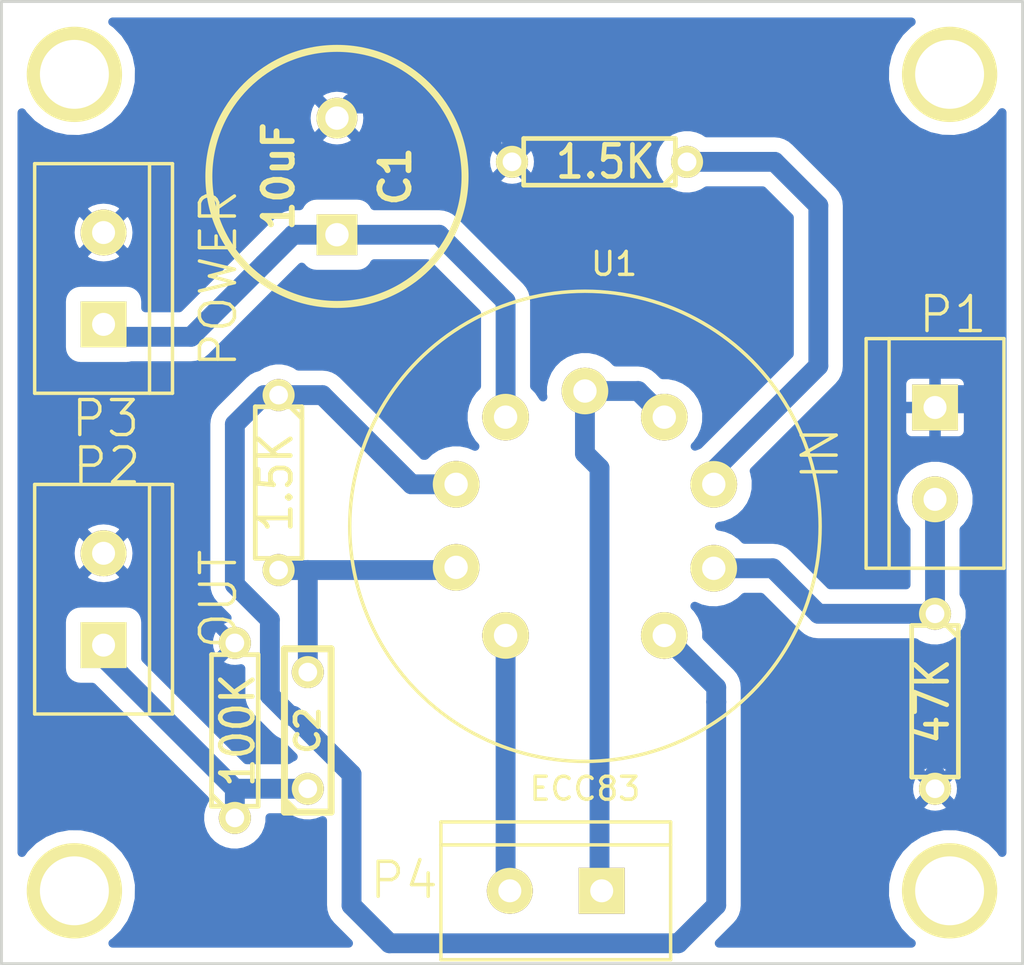
<source format=kicad_pcb>
(kicad_pcb (version 20170922) (host pcbnew "(2017-11-14 revision 1b57196)-master")

  (general
    (thickness 1.6002)
    (drawings 4)
    (tracks 57)
    (zones 0)
    (modules 15)
    (nets 14)
  )

  (page A4)
  (layers
    (0 Composant signal)
    (31 Cuivre signal)
    (34 B.Paste user)
    (35 F.Paste user)
    (36 B.SilkS user)
    (37 F.SilkS user)
    (38 B.Mask user)
    (39 F.Mask user)
    (40 Dwgs.User user)
    (41 Cmts.User user)
    (42 Eco1.User user)
    (43 Eco2.User user)
    (44 Edge.Cuts user)
  )

  (setup
    (last_trace_width 0.8636)
    (trace_clearance 0.381)
    (zone_clearance 0.635)
    (zone_45_only no)
    (trace_min 0.254)
    (segment_width 0.381)
    (edge_width 0.381)
    (via_size 0.889)
    (via_drill 0.635)
    (via_min_size 0.889)
    (via_min_drill 0.508)
    (uvia_size 0.508)
    (uvia_drill 0.127)
    (uvias_allowed no)
    (uvia_min_size 0.508)
    (uvia_min_drill 0.127)
    (pcb_text_width 0.3048)
    (pcb_text_size 1.524 2.032)
    (mod_edge_width 0.381)
    (mod_text_size 1.524 1.524)
    (mod_text_width 0.3048)
    (pad_size 2.794 1.397)
    (pad_drill 1.9304)
    (pad_to_mask_clearance 0.1)
    (aux_axis_origin 0 0)
    (visible_elements 7FFFFFFF)
    (pcbplotparams
      (layerselection 0x000f0_80000001)
      (usegerberextensions false)
      (usegerberattributes true)
      (usegerberadvancedattributes true)
      (creategerberjobfile true)
      (excludeedgelayer true)
      (linewidth 0.150000)
      (plotframeref false)
      (viasonmask false)
      (mode 1)
      (useauxorigin false)
      (hpglpennumber 1)
      (hpglpenspeed 20)
      (hpglpendiameter 15)
      (psnegative false)
      (psa4output false)
      (plotreference true)
      (plotvalue true)
      (plotinvisibletext false)
      (padsonsilk false)
      (subtractmaskfromsilk false)
      (outputformat 1)
      (mirror false)
      (drillshape 0)
      (scaleselection 1)
      (outputdirectory ""))
  )

  (net 0 "")
  (net 1 GND)
  (net 2 "Net-(C1-Pad1)")
  (net 3 "Net-(C2-Pad1)")
  (net 4 "Net-(C2-Pad2)")
  (net 5 "Net-(P1-Pad2)")
  (net 6 "Net-(P4-Pad1)")
  (net 7 "Net-(P4-Pad2)")
  (net 8 "Net-(R1-Pad1)")
  (net 9 "Net-(R2-Pad1)")
  (net 10 "Net-(P5-Pad1)")
  (net 11 "Net-(P6-Pad1)")
  (net 12 "Net-(P7-Pad1)")
  (net 13 "Net-(P8-Pad1)")

  (net_class Default "Ceci est la Netclass par défaut"
    (clearance 0.381)
    (trace_width 0.8636)
    (via_dia 0.889)
    (via_drill 0.635)
    (uvia_dia 0.508)
    (uvia_drill 0.127)
    (add_net GND)
    (add_net "Net-(C1-Pad1)")
    (add_net "Net-(C2-Pad1)")
    (add_net "Net-(C2-Pad2)")
    (add_net "Net-(P1-Pad2)")
    (add_net "Net-(P4-Pad1)")
    (add_net "Net-(P4-Pad2)")
    (add_net "Net-(P5-Pad1)")
    (add_net "Net-(P6-Pad1)")
    (add_net "Net-(P7-Pad1)")
    (add_net "Net-(P8-Pad1)")
    (add_net "Net-(R1-Pad1)")
    (add_net "Net-(R2-Pad1)")
  )

  (module discret:C2V10 (layer Composant) (tedit 54A57B4C) (tstamp 54A581E5)
    (at 138.43 98.425 90)
    (descr "Condensateur polarise")
    (tags CP)
    (path /4549F4BE)
    (fp_text reference C1 (at 0 2.54 90) (layer F.SilkS)
      (effects (font (size 1.27 1.27) (thickness 0.254)))
    )
    (fp_text value 10uF (at 0 -2.54 90) (layer F.SilkS)
      (effects (font (size 1.27 1.27) (thickness 0.254)))
    )
    (fp_circle (center 0 0) (end 4.826 -2.794) (layer F.SilkS) (width 0.3048))
    (pad 1 thru_hole rect (at -2.54 0 90) (size 1.778 1.778) (drill 1.016) (layers *.Cu *.Mask F.SilkS)
      (net 2 "Net-(C1-Pad1)"))
    (pad 2 thru_hole circle (at 2.54 0 90) (size 1.778 1.778) (drill 1.016) (layers *.Cu *.Mask F.SilkS)
      (net 1 GND))
    (model Discret.3dshapes/C2V10.wrl
      (at (xyz 0 0 0))
      (scale (xyz 1 1 1))
      (rotate (xyz 0 0 0))
    )
  )

  (module discret:C2 (layer Composant) (tedit 54A57B4C) (tstamp 54A581EA)
    (at 137.16 122.555 90)
    (descr "Condensateur = 2 pas")
    (tags C)
    (path /4549F3BE)
    (fp_text reference C2 (at 0 0 90) (layer F.SilkS)
      (effects (font (size 1.016 1.016) (thickness 0.2032)))
    )
    (fp_text value 680nF (at 0 0 90) (layer F.SilkS) hide
      (effects (font (size 1.016 1.016) (thickness 0.2032)))
    )
    (fp_line (start -3.556 -1.016) (end 3.556 -1.016) (layer F.SilkS) (width 0.3048))
    (fp_line (start 3.556 -1.016) (end 3.556 1.016) (layer F.SilkS) (width 0.3048))
    (fp_line (start 3.556 1.016) (end -3.556 1.016) (layer F.SilkS) (width 0.3048))
    (fp_line (start -3.556 1.016) (end -3.556 -1.016) (layer F.SilkS) (width 0.3048))
    (fp_line (start -3.556 -0.508) (end -3.048 -1.016) (layer F.SilkS) (width 0.3048))
    (pad 1 thru_hole circle (at -2.54 0 90) (size 1.397 1.397) (drill 0.8128) (layers *.Cu *.Mask F.SilkS)
      (net 3 "Net-(C2-Pad1)"))
    (pad 2 thru_hole circle (at 2.54 0 90) (size 1.397 1.397) (drill 0.8128) (layers *.Cu *.Mask F.SilkS)
      (net 4 "Net-(C2-Pad2)"))
    (model Discret.3dshapes/C2.wrl
      (at (xyz 0 0 0))
      (scale (xyz 1 1 1))
      (rotate (xyz 0 0 0))
    )
  )

  (module connect:bornier2 (layer Composant) (tedit 54A588D7) (tstamp 54A581EF)
    (at 164.465 110.49 270)
    (descr "Bornier d'alimentation 2 pins")
    (tags DEV)
    (path /4549F464)
    (fp_text reference P1 (at -6.05 -0.775) (layer F.SilkS)
      (effects (font (thickness 0.15)))
    )
    (fp_text value IN (at 0 5 270) (layer F.SilkS)
      (effects (font (thickness 0.15)))
    )
    (fp_line (start 5 2) (end -5 2) (layer F.SilkS) (width 0.15))
    (fp_line (start 5 3) (end 5 -3) (layer F.SilkS) (width 0.15))
    (fp_line (start 5 -3) (end -5 -3) (layer F.SilkS) (width 0.15))
    (fp_line (start -5 -3) (end -5 3) (layer F.SilkS) (width 0.15))
    (fp_line (start -5 3) (end 5 3) (layer F.SilkS) (width 0.15))
    (pad 1 thru_hole rect (at -2 0 270) (size 2 2) (drill 1) (layers *.Cu *.Mask F.SilkS)
      (net 1 GND))
    (pad 2 thru_hole circle (at 2 0 270) (size 2 2) (drill 1) (layers *.Cu *.Mask F.SilkS)
      (net 5 "Net-(P1-Pad2)"))
    (model Connect.3dshapes/bornier2.wrl
      (at (xyz 0 0 0))
      (scale (xyz 1 1 1))
      (rotate (xyz 0 0 0))
    )
  )

  (module connect:bornier2 (layer Composant) (tedit 54A588C9) (tstamp 54A581F4)
    (at 128.27 116.84 90)
    (descr "Bornier d'alimentation 2 pins")
    (tags DEV)
    (path /4549F46C)
    (fp_text reference P2 (at 5.81 0.14) (layer F.SilkS)
      (effects (font (thickness 0.15)))
    )
    (fp_text value OUT (at 0 5 90) (layer F.SilkS)
      (effects (font (thickness 0.15)))
    )
    (fp_line (start 5 2) (end -5 2) (layer F.SilkS) (width 0.15))
    (fp_line (start 5 3) (end 5 -3) (layer F.SilkS) (width 0.15))
    (fp_line (start 5 -3) (end -5 -3) (layer F.SilkS) (width 0.15))
    (fp_line (start -5 -3) (end -5 3) (layer F.SilkS) (width 0.15))
    (fp_line (start -5 3) (end 5 3) (layer F.SilkS) (width 0.15))
    (pad 1 thru_hole rect (at -2 0 90) (size 2 2) (drill 1) (layers *.Cu *.Mask F.SilkS)
      (net 3 "Net-(C2-Pad1)"))
    (pad 2 thru_hole circle (at 2 0 90) (size 2 2) (drill 1) (layers *.Cu *.Mask F.SilkS)
      (net 1 GND))
    (model Connect.3dshapes/bornier2.wrl
      (at (xyz 0 0 0))
      (scale (xyz 1 1 1))
      (rotate (xyz 0 0 0))
    )
  )

  (module connect:bornier2 (layer Composant) (tedit 54A588D1) (tstamp 54A581F9)
    (at 128.27 102.87 90)
    (descr "Bornier d'alimentation 2 pins")
    (tags DEV)
    (path /4549F4A5)
    (fp_text reference P3 (at -6.1 0.09) (layer F.SilkS)
      (effects (font (thickness 0.15)))
    )
    (fp_text value POWER (at 0 5 90) (layer F.SilkS)
      (effects (font (thickness 0.15)))
    )
    (fp_line (start 5 2) (end -5 2) (layer F.SilkS) (width 0.15))
    (fp_line (start 5 3) (end 5 -3) (layer F.SilkS) (width 0.15))
    (fp_line (start 5 -3) (end -5 -3) (layer F.SilkS) (width 0.15))
    (fp_line (start -5 -3) (end -5 3) (layer F.SilkS) (width 0.15))
    (fp_line (start -5 3) (end 5 3) (layer F.SilkS) (width 0.15))
    (pad 1 thru_hole rect (at -2 0 90) (size 2 2) (drill 1) (layers *.Cu *.Mask F.SilkS)
      (net 2 "Net-(C1-Pad1)"))
    (pad 2 thru_hole circle (at 2 0 90) (size 2 2) (drill 1) (layers *.Cu *.Mask F.SilkS)
      (net 1 GND))
    (model Connect.3dshapes/bornier2.wrl
      (at (xyz 0 0 0))
      (scale (xyz 1 1 1))
      (rotate (xyz 0 0 0))
    )
  )

  (module connect:bornier2 (layer Composant) (tedit 54A58902) (tstamp 54A581FE)
    (at 147.955 129.54 180)
    (descr "Bornier d'alimentation 2 pins")
    (tags DEV)
    (path /456A8ACC)
    (fp_text reference P4 (at 6.605 0.46) (layer F.SilkS)
      (effects (font (thickness 0.15)))
    )
    (fp_text value CONN_2 (at -8.509 -0.254) (layer F.SilkS) hide
      (effects (font (thickness 0.15)))
    )
    (fp_line (start 5 2) (end -5 2) (layer F.SilkS) (width 0.15))
    (fp_line (start 5 3) (end 5 -3) (layer F.SilkS) (width 0.15))
    (fp_line (start 5 -3) (end -5 -3) (layer F.SilkS) (width 0.15))
    (fp_line (start -5 -3) (end -5 3) (layer F.SilkS) (width 0.15))
    (fp_line (start -5 3) (end 5 3) (layer F.SilkS) (width 0.15))
    (pad 1 thru_hole rect (at -2 0 180) (size 2 2) (drill 1) (layers *.Cu *.Mask F.SilkS)
      (net 6 "Net-(P4-Pad1)"))
    (pad 2 thru_hole circle (at 2 0 180) (size 2 2) (drill 1) (layers *.Cu *.Mask F.SilkS)
      (net 7 "Net-(P4-Pad2)"))
    (model Connect.3dshapes/bornier2.wrl
      (at (xyz 0 0 0))
      (scale (xyz 1 1 1))
      (rotate (xyz 0 0 0))
    )
  )

  (module connect:1pin (layer Composant) (tedit 54A588DF) (tstamp 54A58203)
    (at 127 93.98)
    (descr "module 1 pin (ou trou mecanique de percage)")
    (tags DEV)
    (path /54A5890A)
    (fp_text reference P5 (at 0 -3) (layer F.SilkS) hide
      (effects (font (size 1 1) (thickness 0.15)))
    )
    (fp_text value CONN_1 (at 0 2) (layer F.SilkS) hide
      (effects (font (size 1 1) (thickness 0.15)))
    )
    (fp_circle (center 0 0) (end 0 -2) (layer F.SilkS) (width 0.15))
    (pad 1 thru_hole circle (at 0 0) (size 4 4) (drill 3) (layers *.Cu *.Mask F.SilkS)
      (net 10 "Net-(P5-Pad1)"))
  )

  (module connect:1pin (layer Composant) (tedit 54A588E7) (tstamp 54A58207)
    (at 165.1 93.98)
    (descr "module 1 pin (ou trou mecanique de percage)")
    (tags DEV)
    (path /54A58C65)
    (fp_text reference P6 (at 0 -3) (layer F.SilkS) hide
      (effects (font (size 1 1) (thickness 0.15)))
    )
    (fp_text value CONN_1 (at 0 2) (layer F.SilkS) hide
      (effects (font (size 1 1) (thickness 0.15)))
    )
    (fp_circle (center 0 0) (end 0 -2) (layer F.SilkS) (width 0.15))
    (pad 1 thru_hole circle (at 0 0) (size 4 4) (drill 3) (layers *.Cu *.Mask F.SilkS)
      (net 11 "Net-(P6-Pad1)"))
  )

  (module connect:1pin (layer Composant) (tedit 54A588EE) (tstamp 54A5820B)
    (at 165.1 129.54)
    (descr "module 1 pin (ou trou mecanique de percage)")
    (tags DEV)
    (path /54A58C8A)
    (fp_text reference P7 (at 0 -3) (layer F.SilkS) hide
      (effects (font (size 1 1) (thickness 0.15)))
    )
    (fp_text value CONN_1 (at 0 2) (layer F.SilkS) hide
      (effects (font (size 1 1) (thickness 0.15)))
    )
    (fp_circle (center 0 0) (end 0 -2) (layer F.SilkS) (width 0.15))
    (pad 1 thru_hole circle (at 0 0) (size 4 4) (drill 3) (layers *.Cu *.Mask F.SilkS)
      (net 12 "Net-(P7-Pad1)"))
  )

  (module connect:1pin (layer Composant) (tedit 54A588F3) (tstamp 54A5820F)
    (at 127 129.54)
    (descr "module 1 pin (ou trou mecanique de percage)")
    (tags DEV)
    (path /54A58CA3)
    (fp_text reference P8 (at 0 -3) (layer F.SilkS) hide
      (effects (font (size 1 1) (thickness 0.15)))
    )
    (fp_text value CONN_1 (at 0 2) (layer F.SilkS) hide
      (effects (font (size 1 1) (thickness 0.15)))
    )
    (fp_circle (center 0 0) (end 0 -2) (layer F.SilkS) (width 0.15))
    (pad 1 thru_hole circle (at 0 0) (size 4 4) (drill 3) (layers *.Cu *.Mask F.SilkS)
      (net 13 "Net-(P8-Pad1)"))
  )

  (module discret:R3 (layer Composant) (tedit 54A57B4C) (tstamp 54A58213)
    (at 135.89 111.76 270)
    (descr "Resitance 3 pas")
    (tags R)
    (path /4549F38A)
    (autoplace_cost180 10)
    (fp_text reference R1 (at 0 0.127 270) (layer F.SilkS) hide
      (effects (font (size 1.397 1.27) (thickness 0.2032)))
    )
    (fp_text value 1.5K (at 0 0.127 270) (layer F.SilkS)
      (effects (font (size 1.397 1.27) (thickness 0.2032)))
    )
    (fp_line (start -3.81 0) (end -3.302 0) (layer F.SilkS) (width 0.2032))
    (fp_line (start 3.81 0) (end 3.302 0) (layer F.SilkS) (width 0.2032))
    (fp_line (start 3.302 0) (end 3.302 -1.016) (layer F.SilkS) (width 0.2032))
    (fp_line (start 3.302 -1.016) (end -3.302 -1.016) (layer F.SilkS) (width 0.2032))
    (fp_line (start -3.302 -1.016) (end -3.302 1.016) (layer F.SilkS) (width 0.2032))
    (fp_line (start -3.302 1.016) (end 3.302 1.016) (layer F.SilkS) (width 0.2032))
    (fp_line (start 3.302 1.016) (end 3.302 0) (layer F.SilkS) (width 0.2032))
    (fp_line (start -3.302 -0.508) (end -2.794 -1.016) (layer F.SilkS) (width 0.2032))
    (pad 1 thru_hole circle (at -3.81 0 270) (size 1.397 1.397) (drill 0.8128) (layers *.Cu *.Mask F.SilkS)
      (net 8 "Net-(R1-Pad1)"))
    (pad 2 thru_hole circle (at 3.81 0 270) (size 1.397 1.397) (drill 0.8128) (layers *.Cu *.Mask F.SilkS)
      (net 4 "Net-(C2-Pad2)"))
    (model Discret.3dshapes/R3.wrl
      (at (xyz 0 0 0))
      (scale (xyz 0.3 0.3 0.3))
      (rotate (xyz 0 0 0))
    )
  )

  (module discret:R3 (layer Composant) (tedit 54A57B4C) (tstamp 54A58218)
    (at 149.86 97.79 180)
    (descr "Resitance 3 pas")
    (tags R)
    (path /4549F39D)
    (autoplace_cost180 10)
    (fp_text reference R2 (at 0 1.905) (layer F.SilkS) hide
      (effects (font (size 1.397 1.27) (thickness 0.2032)))
    )
    (fp_text value 1.5K (at -0.254 0) (layer F.SilkS)
      (effects (font (size 1.397 1.27) (thickness 0.2032)))
    )
    (fp_line (start -3.81 0) (end -3.302 0) (layer F.SilkS) (width 0.2032))
    (fp_line (start 3.81 0) (end 3.302 0) (layer F.SilkS) (width 0.2032))
    (fp_line (start 3.302 0) (end 3.302 -1.016) (layer F.SilkS) (width 0.2032))
    (fp_line (start 3.302 -1.016) (end -3.302 -1.016) (layer F.SilkS) (width 0.2032))
    (fp_line (start -3.302 -1.016) (end -3.302 1.016) (layer F.SilkS) (width 0.2032))
    (fp_line (start -3.302 1.016) (end 3.302 1.016) (layer F.SilkS) (width 0.2032))
    (fp_line (start 3.302 1.016) (end 3.302 0) (layer F.SilkS) (width 0.2032))
    (fp_line (start -3.302 -0.508) (end -2.794 -1.016) (layer F.SilkS) (width 0.2032))
    (pad 1 thru_hole circle (at -3.81 0 180) (size 1.397 1.397) (drill 0.8128) (layers *.Cu *.Mask F.SilkS)
      (net 9 "Net-(R2-Pad1)"))
    (pad 2 thru_hole circle (at 3.81 0 180) (size 1.397 1.397) (drill 0.8128) (layers *.Cu *.Mask F.SilkS)
      (net 1 GND))
    (model Discret.3dshapes/R3.wrl
      (at (xyz 0 0 0))
      (scale (xyz 0.3 0.3 0.3))
      (rotate (xyz 0 0 0))
    )
  )

  (module discret:R3 (layer Composant) (tedit 54A57B4C) (tstamp 54A5821D)
    (at 133.985 122.555 90)
    (descr "Resitance 3 pas")
    (tags R)
    (path /4549F3AD)
    (autoplace_cost180 10)
    (fp_text reference R3 (at 0 0.127 90) (layer F.SilkS) hide
      (effects (font (size 1.397 1.27) (thickness 0.2032)))
    )
    (fp_text value 100K (at 0 0.127 90) (layer F.SilkS)
      (effects (font (size 1.397 1.27) (thickness 0.2032)))
    )
    (fp_line (start -3.81 0) (end -3.302 0) (layer F.SilkS) (width 0.2032))
    (fp_line (start 3.81 0) (end 3.302 0) (layer F.SilkS) (width 0.2032))
    (fp_line (start 3.302 0) (end 3.302 -1.016) (layer F.SilkS) (width 0.2032))
    (fp_line (start 3.302 -1.016) (end -3.302 -1.016) (layer F.SilkS) (width 0.2032))
    (fp_line (start -3.302 -1.016) (end -3.302 1.016) (layer F.SilkS) (width 0.2032))
    (fp_line (start -3.302 1.016) (end 3.302 1.016) (layer F.SilkS) (width 0.2032))
    (fp_line (start 3.302 1.016) (end 3.302 0) (layer F.SilkS) (width 0.2032))
    (fp_line (start -3.302 -0.508) (end -2.794 -1.016) (layer F.SilkS) (width 0.2032))
    (pad 1 thru_hole circle (at -3.81 0 90) (size 1.397 1.397) (drill 0.8128) (layers *.Cu *.Mask F.SilkS)
      (net 3 "Net-(C2-Pad1)"))
    (pad 2 thru_hole circle (at 3.81 0 90) (size 1.397 1.397) (drill 0.8128) (layers *.Cu *.Mask F.SilkS)
      (net 1 GND))
    (model Discret.3dshapes/R3.wrl
      (at (xyz 0 0 0))
      (scale (xyz 0.3 0.3 0.3))
      (rotate (xyz 0 0 0))
    )
  )

  (module discret:R3 (layer Composant) (tedit 54A57B4C) (tstamp 54A58222)
    (at 164.465 121.285 270)
    (descr "Resitance 3 pas")
    (tags R)
    (path /4549F3A2)
    (autoplace_cost180 10)
    (fp_text reference R4 (at 0.254 2.286 270) (layer F.SilkS) hide
      (effects (font (size 1.397 1.27) (thickness 0.2032)))
    )
    (fp_text value 47K (at 0 0.127 270) (layer F.SilkS)
      (effects (font (size 1.397 1.27) (thickness 0.2032)))
    )
    (fp_line (start -3.81 0) (end -3.302 0) (layer F.SilkS) (width 0.2032))
    (fp_line (start 3.81 0) (end 3.302 0) (layer F.SilkS) (width 0.2032))
    (fp_line (start 3.302 0) (end 3.302 -1.016) (layer F.SilkS) (width 0.2032))
    (fp_line (start 3.302 -1.016) (end -3.302 -1.016) (layer F.SilkS) (width 0.2032))
    (fp_line (start -3.302 -1.016) (end -3.302 1.016) (layer F.SilkS) (width 0.2032))
    (fp_line (start -3.302 1.016) (end 3.302 1.016) (layer F.SilkS) (width 0.2032))
    (fp_line (start 3.302 1.016) (end 3.302 0) (layer F.SilkS) (width 0.2032))
    (fp_line (start -3.302 -0.508) (end -2.794 -1.016) (layer F.SilkS) (width 0.2032))
    (pad 1 thru_hole circle (at -3.81 0 270) (size 1.397 1.397) (drill 0.8128) (layers *.Cu *.Mask F.SilkS)
      (net 5 "Net-(P1-Pad2)"))
    (pad 2 thru_hole circle (at 3.81 0 270) (size 1.397 1.397) (drill 0.8128) (layers *.Cu *.Mask F.SilkS)
      (net 1 GND))
    (model Discret.3dshapes/R3.wrl
      (at (xyz 0 0 0))
      (scale (xyz 0.3 0.3 0.3))
      (rotate (xyz 0 0 0))
    )
  )

  (module Valves:VALVE-ECC-83-1 (layer Composant) (tedit 54A57B25) (tstamp 54A58227)
    (at 149.225 113.665)
    (path /48B4F266)
    (fp_text reference U1 (at 1.27 -11.43) (layer F.SilkS)
      (effects (font (size 1 1) (thickness 0.15)))
    )
    (fp_text value ECC83 (at 0 11.43) (layer F.SilkS)
      (effects (font (size 1 1) (thickness 0.15)))
    )
    (fp_circle (center 0 0) (end 10.16 1.27) (layer F.SilkS) (width 0.15))
    (pad 1 thru_hole circle (at 3.4544 4.75488) (size 2.032 2.032) (drill 1.016) (layers *.Cu *.Mask F.SilkS)
      (net 8 "Net-(R1-Pad1)"))
    (pad 2 thru_hole circle (at 5.60832 1.8288) (size 2.032 2.032) (drill 1.016) (layers *.Cu *.Mask F.SilkS)
      (net 5 "Net-(P1-Pad2)"))
    (pad 3 thru_hole circle (at 5.60832 -1.8288) (size 2.032 2.032) (drill 1.016) (layers *.Cu *.Mask F.SilkS)
      (net 9 "Net-(R2-Pad1)"))
    (pad 4 thru_hole circle (at 3.4544 -4.75488) (size 2.032 2.032) (drill 1.016) (layers *.Cu *.Mask F.SilkS)
      (net 6 "Net-(P4-Pad1)"))
    (pad 5 thru_hole circle (at 0 -5.8928) (size 2.032 2.032) (drill 1.016) (layers *.Cu *.Mask F.SilkS)
      (net 6 "Net-(P4-Pad1)"))
    (pad 6 thru_hole circle (at -3.4544 -4.75488) (size 2.032 2.032) (drill 1.016) (layers *.Cu *.Mask F.SilkS)
      (net 2 "Net-(C1-Pad1)"))
    (pad 7 thru_hole circle (at -5.60832 -1.8288) (size 2.032 2.032) (drill 1.016) (layers *.Cu *.Mask F.SilkS)
      (net 8 "Net-(R1-Pad1)"))
    (pad 8 thru_hole circle (at -5.60832 1.78816) (size 2.032 2.032) (drill 1.016) (layers *.Cu *.Mask F.SilkS)
      (net 4 "Net-(C2-Pad2)"))
    (pad 9 thru_hole circle (at -3.4544 4.75488) (size 2.032 2.032) (drill 1.016) (layers *.Cu *.Mask F.SilkS)
      (net 7 "Net-(P4-Pad2)"))
    (model Valves.3dshapes/VALVE-ECC-83-1.wrl
      (at (xyz 0 0 0))
      (scale (xyz 1 1 1))
      (rotate (xyz 0 0 0))
    )
  )

  (gr_line (start 123.825 132.715) (end 168.275 132.715) (angle 90) (layer Edge.Cuts) (width 0.127))
  (gr_line (start 168.275 90.805) (end 123.825 90.805) (angle 90) (layer Edge.Cuts) (width 0.127))
  (gr_line (start 168.275 90.805) (end 168.275 132.715) (angle 90) (layer Edge.Cuts) (width 0.127))
  (gr_line (start 123.825 90.805) (end 123.825 132.715) (angle 90) (layer Edge.Cuts) (width 0.127))

  (segment (start 142.24 95.25) (end 146.05 95.25) (width 0.8636) (layer Cuivre) (net 1))
  (segment (start 164.465 125.095) (end 164.465 124.46) (width 0.8636) (layer Cuivre) (net 1) (status 800))
  (segment (start 146.05 97.79) (end 146.05 95.25) (width 0.8636) (layer Cuivre) (net 1))
  (segment (start 139.065 95.25) (end 142.24 95.25) (width 0.8636) (layer Cuivre) (net 1))
  (segment (start 138.43 95.885) (end 139.065 95.25) (width 0.8636) (layer Cuivre) (net 1) (status 800))
  (segment (start 164.465 107.95) (end 165.735 107.95) (width 0.8636) (layer Cuivre) (net 1) (status 800))
  (segment (start 136.525 100.965) (end 135.255 102.235) (width 0.8636) (layer Cuivre) (net 2))
  (segment (start 138.43 100.965) (end 136.525 100.965) (width 0.8636) (layer Cuivre) (net 2) (status 800))
  (segment (start 145.7706 103.8606) (end 142.875 100.965) (width 0.8636) (layer Cuivre) (net 2))
  (segment (start 142.875 100.965) (end 138.43 100.965) (width 0.8636) (layer Cuivre) (net 2) (status 400))
  (segment (start 145.7706 108.91012) (end 145.7706 103.8606) (width 0.8636) (layer Cuivre) (net 2) (status 800))
  (segment (start 132.08 105.41) (end 135.255 102.235) (width 0.8636) (layer Cuivre) (net 2))
  (segment (start 128.27 105.41) (end 132.08 105.41) (width 0.8636) (layer Cuivre) (net 2) (status 800))
  (segment (start 137.16 125.095) (end 133.985 125.095) (width 0.8636) (layer Cuivre) (net 3))
  (segment (start 133.985 126.365) (end 133.985 125.095) (width 0.8636) (layer Cuivre) (net 3))
  (segment (start 133.985 125.095) (end 128.27 119.38) (width 0.8636) (layer Cuivre) (net 3))
  (segment (start 137.16 120.015) (end 137.16 115.57) (width 0.8636) (layer Cuivre) (net 4))
  (segment (start 135.89 115.57) (end 137.16 115.57) (width 0.8636) (layer Cuivre) (net 4))
  (segment (start 137.16 115.57) (end 143.49984 115.57) (width 0.8636) (layer Cuivre) (net 4))
  (segment (start 143.49984 115.57) (end 143.61668 115.45316) (width 0.8636) (layer Cuivre) (net 4))
  (segment (start 159.385 117.475) (end 164.465 117.475) (width 0.8636) (layer Cuivre) (net 5) (status 400))
  (segment (start 154.83332 115.4938) (end 157.4038 115.4938) (width 0.8636) (layer Cuivre) (net 5) (status 800))
  (segment (start 164.465 117.475) (end 164.465 113.03) (width 0.8636) (layer Cuivre) (net 5) (status C00))
  (segment (start 157.4038 115.4938) (end 159.385 117.475) (width 0.8636) (layer Cuivre) (net 5))
  (segment (start 149.86 128.905) (end 150.495 129.54) (width 0.8636) (layer Cuivre) (net 6) (status 400))
  (segment (start 149.86 111.125) (end 149.86 128.905) (width 0.8636) (layer Cuivre) (net 6))
  (segment (start 149.225 110.49) (end 149.86 111.125) (width 0.8636) (layer Cuivre) (net 6))
  (segment (start 149.225 107.7722) (end 151.54148 107.7722) (width 0.8636) (layer Cuivre) (net 6) (status 800))
  (segment (start 151.54148 107.7722) (end 152.6794 108.91012) (width 0.8636) (layer Cuivre) (net 6) (status 400))
  (segment (start 149.225 107.7722) (end 149.225 110.49) (width 0.8636) (layer Cuivre) (net 6) (status 800))
  (segment (start 145.7706 129.1844) (end 145.415 129.54) (width 0.8636) (layer Cuivre) (net 7) (status 400))
  (segment (start 145.7706 118.41988) (end 145.7706 129.1844) (width 0.8636) (layer Cuivre) (net 7) (status 800))
  (segment (start 153.289 131.826) (end 154.94 130.175) (width 0.8636) (layer Cuivre) (net 8))
  (segment (start 140.716 131.826) (end 153.289 131.826) (width 0.8636) (layer Cuivre) (net 8))
  (segment (start 143.61668 111.8362) (end 141.6812 111.8362) (width 0.8636) (layer Cuivre) (net 8) (status 800))
  (segment (start 141.6812 111.8362) (end 137.795 107.95) (width 0.8636) (layer Cuivre) (net 8))
  (segment (start 154.94 121.31548) (end 154.94 120.68048) (width 0.8636) (layer Cuivre) (net 8))
  (segment (start 154.94 120.68048) (end 152.6794 118.41988) (width 0.8636) (layer Cuivre) (net 8) (status 400))
  (segment (start 136.398 121.92) (end 135.509 121.031) (width 0.8636) (layer Cuivre) (net 8))
  (segment (start 135.509 121.031) (end 135.509 117.729) (width 0.8636) (layer Cuivre) (net 8))
  (segment (start 135.509 117.729) (end 133.985 116.205) (width 0.8636) (layer Cuivre) (net 8))
  (segment (start 136.525 121.92) (end 136.398 121.92) (width 0.8636) (layer Cuivre) (net 8))
  (segment (start 136.525 121.92) (end 139.065 124.46) (width 0.8636) (layer Cuivre) (net 8))
  (segment (start 139.065 124.46) (end 139.065 130.175) (width 0.8636) (layer Cuivre) (net 8))
  (segment (start 139.065 130.175) (end 140.335 131.445) (width 0.8636) (layer Cuivre) (net 8))
  (segment (start 135.89 107.95) (end 135.255 107.95) (width 0.8636) (layer Cuivre) (net 8) (status 800))
  (segment (start 133.985 109.22) (end 133.985 116.205) (width 0.8636) (layer Cuivre) (net 8))
  (segment (start 135.255 107.95) (end 133.985 109.22) (width 0.8636) (layer Cuivre) (net 8))
  (segment (start 135.89 107.95) (end 137.795 107.95) (width 0.8636) (layer Cuivre) (net 8) (status 800))
  (segment (start 140.335 131.445) (end 140.716 131.826) (width 0.8636) (layer Cuivre) (net 8))
  (segment (start 154.94 121.31548) (end 154.94 121.31548) (width 0.8636) (layer Cuivre) (net 8))
  (segment (start 154.94 130.175) (end 154.94 121.31548) (width 0.8636) (layer Cuivre) (net 8))
  (segment (start 154.83332 111.8362) (end 154.83332 111.23168) (width 0.8636) (layer Cuivre) (net 9) (status 800))
  (segment (start 159.385 106.68) (end 159.385 99.695) (width 0.8636) (layer Cuivre) (net 9))
  (segment (start 154.83332 111.23168) (end 159.385 106.68) (width 0.8636) (layer Cuivre) (net 9))
  (segment (start 157.48 97.79) (end 159.385 99.695) (width 0.8636) (layer Cuivre) (net 9))
  (segment (start 153.67 97.79) (end 157.48 97.79) (width 0.8636) (layer Cuivre) (net 9) (status 800))

  (zone (net 1) (net_name GND) (layer Cuivre) (tstamp 4EED97A2) (hatch edge 0.508)
    (connect_pads (clearance 0.635))
    (min_thickness 0.381)
    (fill yes (arc_segments 32) (thermal_gap 0.254) (thermal_bridge_width 0.50038))
    (polygon
      (pts
        (xy 167.64 132.08) (xy 167.64 91.44) (xy 124.46 91.44) (xy 124.46 132.08)
      )
    )
    (filled_polygon
      (pts
        (xy 163.320965 91.767326) (xy 162.925069 92.155016) (xy 162.612015 92.612219) (xy 162.393729 93.12152) (xy 162.278523 93.663521)
        (xy 162.270786 94.217576) (xy 162.370814 94.762582) (xy 162.574795 95.277779) (xy 162.87496 95.743545) (xy 163.259877 96.142137)
        (xy 163.714883 96.458375) (xy 164.222648 96.680212) (xy 164.763831 96.799199) (xy 165.317818 96.810803) (xy 165.863509 96.714583)
        (xy 166.380118 96.514204) (xy 166.847968 96.217297) (xy 167.249238 95.835173) (xy 167.386 95.641301) (xy 167.386 127.8747)
        (xy 167.3002 127.745561) (xy 166.909756 127.352381) (xy 166.450378 127.042527) (xy 165.939566 126.827801) (xy 165.396774 126.716382)
        (xy 164.842679 126.712514) (xy 164.298384 126.816344) (xy 163.784623 127.023916) (xy 163.320965 127.327326) (xy 162.925069 127.715016)
        (xy 162.612015 128.172219) (xy 162.393729 128.68152) (xy 162.278523 129.223521) (xy 162.270786 129.777576) (xy 162.370814 130.322582)
        (xy 162.574795 130.837779) (xy 162.87496 131.303545) (xy 163.259877 131.702137) (xy 163.438092 131.826) (xy 155.067091 131.826)
        (xy 155.829046 131.064045) (xy 155.902757 130.974307) (xy 155.977415 130.885333) (xy 155.9806 130.87954) (xy 155.984797 130.87443)
        (xy 156.039691 130.772054) (xy 156.095629 130.670303) (xy 156.097627 130.664003) (xy 156.100753 130.658174) (xy 156.13472 130.547073)
        (xy 156.169825 130.436407) (xy 156.170562 130.429838) (xy 156.172495 130.423515) (xy 156.184237 130.307918) (xy 156.197177 130.192555)
        (xy 156.197267 130.179639) (xy 156.197293 130.179388) (xy 156.197271 130.179154) (xy 156.1973 130.175) (xy 156.1973 125.869548)
        (xy 163.774867 125.869548) (xy 163.839114 126.058009) (xy 164.039013 126.16161) (xy 164.255283 126.224221) (xy 164.479613 126.243438)
        (xy 164.703382 126.21852) (xy 164.91799 126.150426) (xy 165.090886 126.058009) (xy 165.155133 125.869548) (xy 164.465 125.179414)
        (xy 163.774867 125.869548) (xy 156.1973 125.869548) (xy 156.1973 125.109613) (xy 163.316562 125.109613) (xy 163.34148 125.333382)
        (xy 163.409574 125.54799) (xy 163.501991 125.720886) (xy 163.690452 125.785133) (xy 164.380586 125.095) (xy 164.549414 125.095)
        (xy 165.239548 125.785133) (xy 165.428009 125.720886) (xy 165.53161 125.520987) (xy 165.594221 125.304717) (xy 165.613438 125.080387)
        (xy 165.58852 124.856618) (xy 165.520426 124.64201) (xy 165.428009 124.469114) (xy 165.239548 124.404867) (xy 164.549414 125.095)
        (xy 164.380586 125.095) (xy 163.690452 124.404867) (xy 163.501991 124.469114) (xy 163.39839 124.669013) (xy 163.335779 124.885283)
        (xy 163.316562 125.109613) (xy 156.1973 125.109613) (xy 156.1973 124.320452) (xy 163.774867 124.320452) (xy 164.465 125.010586)
        (xy 165.155133 124.320452) (xy 165.090886 124.131991) (xy 164.890987 124.02839) (xy 164.674717 123.965779) (xy 164.450387 123.946562)
        (xy 164.226618 123.97148) (xy 164.01201 124.039574) (xy 163.839114 124.131991) (xy 163.774867 124.320452) (xy 156.1973 124.320452)
        (xy 156.1973 120.68048) (xy 156.185963 120.564858) (xy 156.175844 120.449198) (xy 156.174001 120.442853) (xy 156.173355 120.436269)
        (xy 156.139771 120.325033) (xy 156.107385 120.213559) (xy 156.104344 120.207692) (xy 156.102432 120.20136) (xy 156.04789 120.098782)
        (xy 155.99446 119.995705) (xy 155.990336 119.990539) (xy 155.987232 119.984701) (xy 155.913817 119.894685) (xy 155.841372 119.803935)
        (xy 155.832301 119.794737) (xy 155.832143 119.794543) (xy 155.831964 119.794395) (xy 155.829045 119.791435) (xy 154.517618 118.480008)
        (xy 154.520979 118.239312) (xy 154.450834 117.885053) (xy 154.313215 117.551165) (xy 154.113365 117.250367) (xy 154.005587 117.141833)
        (xy 154.261512 117.253644) (xy 154.614224 117.331193) (xy 154.975282 117.338756) (xy 155.330932 117.276046) (xy 155.667628 117.14545)
        (xy 155.972546 116.951943) (xy 156.183452 116.7511) (xy 156.88301 116.7511) (xy 158.495955 118.364045) (xy 158.585663 118.437732)
        (xy 158.674667 118.512415) (xy 158.680461 118.5156) (xy 158.68557 118.519797) (xy 158.787946 118.574691) (xy 158.889697 118.630629)
        (xy 158.895997 118.632627) (xy 158.901826 118.635753) (xy 159.012927 118.66972) (xy 159.123593 118.704825) (xy 159.130162 118.705562)
        (xy 159.136485 118.707495) (xy 159.252037 118.719232) (xy 159.367445 118.732177) (xy 159.380371 118.732268) (xy 159.380612 118.732292)
        (xy 159.380836 118.732271) (xy 159.385 118.7323) (xy 163.603562 118.7323) (xy 163.717904 118.81177) (xy 163.991779 118.931423)
        (xy 164.283679 118.995602) (xy 164.582486 119.001861) (xy 164.876817 118.949962) (xy 165.155462 118.841883) (xy 165.407808 118.681739)
        (xy 165.624243 118.475631) (xy 165.796522 118.23141) (xy 165.918084 117.958377) (xy 165.984299 117.666932) (xy 165.989065 117.325564)
        (xy 165.931014 117.032384) (xy 165.817123 116.756063) (xy 165.7223 116.613343) (xy 165.7223 113.813608) (xy 165.853581 113.688591)
        (xy 166.059943 113.396054) (xy 166.205555 113.069005) (xy 166.284869 112.719903) (xy 166.290578 112.311) (xy 166.221043 111.959819)
        (xy 166.08462 111.628833) (xy 165.886506 111.330648) (xy 165.634248 111.076622) (xy 165.337453 110.876432) (xy 165.007427 110.737701)
        (xy 164.65674 110.665716) (xy 164.29875 110.663216) (xy 163.947092 110.730299) (xy 163.615161 110.864408) (xy 163.3156 111.060435)
        (xy 163.059819 111.310913) (xy 162.857562 111.606303) (xy 162.716531 111.935353) (xy 162.642099 112.285529) (xy 162.6371 112.643493)
        (xy 162.701726 112.995611) (xy 162.833514 113.32847) (xy 163.027445 113.629392) (xy 163.2077 113.816052) (xy 163.2077 116.2177)
        (xy 159.90579 116.2177) (xy 158.292845 114.604755) (xy 158.203137 114.531068) (xy 158.114133 114.456385) (xy 158.108339 114.4532)
        (xy 158.10323 114.449003) (xy 158.000835 114.394099) (xy 157.899103 114.338171) (xy 157.892806 114.336173) (xy 157.886975 114.333047)
        (xy 157.775858 114.299076) (xy 157.665207 114.263975) (xy 157.658638 114.263238) (xy 157.652315 114.261305) (xy 157.536763 114.249568)
        (xy 157.421355 114.236623) (xy 157.408429 114.236532) (xy 157.408188 114.236508) (xy 157.407964 114.236529) (xy 157.4038 114.2365)
        (xy 156.180109 114.2365) (xy 156.012816 114.068035) (xy 155.71342 113.866089) (xy 155.380501 113.726143) (xy 155.075367 113.663508)
        (xy 155.330932 113.618446) (xy 155.667628 113.48785) (xy 155.972546 113.294343) (xy 156.234071 113.045296) (xy 156.442242 112.750195)
        (xy 156.58913 112.42028) (xy 156.669139 112.068118) (xy 156.674899 111.655632) (xy 156.604754 111.301373) (xy 156.586355 111.256735)
        (xy 159.182275 108.660815) (xy 163.0205 108.660815) (xy 163.0205 109.533779) (xy 163.037582 109.619655) (xy 163.071089 109.700549)
        (xy 163.119734 109.773352) (xy 163.181647 109.835265) (xy 163.25445 109.883911) (xy 163.335344 109.917418) (xy 163.42122 109.9345)
        (xy 164.294185 109.9345) (xy 164.40531 109.823375) (xy 164.40531 108.54969) (xy 164.52469 108.54969) (xy 164.52469 109.823375)
        (xy 164.635815 109.9345) (xy 165.50878 109.9345) (xy 165.594656 109.917418) (xy 165.67555 109.883911) (xy 165.748353 109.835265)
        (xy 165.810266 109.773352) (xy 165.858911 109.700549) (xy 165.892418 109.619655) (xy 165.9095 109.533779) (xy 165.9095 108.660815)
        (xy 165.798375 108.54969) (xy 164.52469 108.54969) (xy 164.40531 108.54969) (xy 163.131625 108.54969) (xy 163.0205 108.660815)
        (xy 159.182275 108.660815) (xy 160.274046 107.569045) (xy 160.347757 107.479307) (xy 160.375519 107.446221) (xy 163.0205 107.446221)
        (xy 163.0205 108.319185) (xy 163.131625 108.43031) (xy 164.40531 108.43031) (xy 164.40531 107.156625) (xy 164.52469 107.156625)
        (xy 164.52469 108.43031) (xy 165.798375 108.43031) (xy 165.9095 108.319185) (xy 165.9095 107.446221) (xy 165.892418 107.360345)
        (xy 165.858911 107.279451) (xy 165.810266 107.206648) (xy 165.748353 107.144735) (xy 165.67555 107.096089) (xy 165.594656 107.062582)
        (xy 165.50878 107.0455) (xy 164.635815 107.0455) (xy 164.52469 107.156625) (xy 164.40531 107.156625) (xy 164.294185 107.0455)
        (xy 163.42122 107.0455) (xy 163.335344 107.062582) (xy 163.25445 107.096089) (xy 163.181647 107.144735) (xy 163.119734 107.206648)
        (xy 163.071089 107.279451) (xy 163.037582 107.360345) (xy 163.0205 107.446221) (xy 160.375519 107.446221) (xy 160.422415 107.390333)
        (xy 160.4256 107.38454) (xy 160.429797 107.37943) (xy 160.484691 107.277054) (xy 160.540629 107.175303) (xy 160.542627 107.169003)
        (xy 160.545753 107.163174) (xy 160.57972 107.052073) (xy 160.614825 106.941407) (xy 160.615562 106.934838) (xy 160.617495 106.928515)
        (xy 160.629237 106.812918) (xy 160.642177 106.697555) (xy 160.642267 106.684639) (xy 160.642293 106.684388) (xy 160.642271 106.684154)
        (xy 160.6423 106.68) (xy 160.6423 99.695) (xy 160.630972 99.579473) (xy 160.620845 99.463718) (xy 160.619 99.457368)
        (xy 160.618355 99.450789) (xy 160.584784 99.339595) (xy 160.552385 99.228079) (xy 160.549344 99.222212) (xy 160.547432 99.21588)
        (xy 160.49289 99.113302) (xy 160.43946 99.010225) (xy 160.435336 99.005059) (xy 160.432232 98.999221) (xy 160.358817 98.909205)
        (xy 160.286372 98.818455) (xy 160.277301 98.809257) (xy 160.277143 98.809063) (xy 160.276964 98.808915) (xy 160.274045 98.805955)
        (xy 158.369045 96.900955) (xy 158.279337 96.827268) (xy 158.190333 96.752585) (xy 158.184539 96.7494) (xy 158.17943 96.745203)
        (xy 158.077035 96.690299) (xy 157.975303 96.634371) (xy 157.969006 96.632373) (xy 157.963175 96.629247) (xy 157.852058 96.595276)
        (xy 157.741407 96.560175) (xy 157.734838 96.559438) (xy 157.728515 96.557505) (xy 157.612963 96.545768) (xy 157.497555 96.532823)
        (xy 157.484629 96.532732) (xy 157.484388 96.532708) (xy 157.484164 96.532729) (xy 157.48 96.5327) (xy 154.53145 96.5327)
        (xy 154.398359 96.442929) (xy 154.12284 96.327112) (xy 153.830072 96.267015) (xy 153.531208 96.264929) (xy 153.23763 96.320932)
        (xy 152.96052 96.432891) (xy 152.710435 96.596542) (xy 152.496899 96.805652) (xy 152.328047 97.052255) (xy 152.210309 97.326959)
        (xy 152.14817 97.619299) (xy 152.143997 97.918142) (xy 152.197949 98.212104) (xy 152.307971 98.489988) (xy 152.469872 98.74121)
        (xy 152.677486 98.9562) (xy 152.922904 99.12677) (xy 153.196779 99.246423) (xy 153.488679 99.310602) (xy 153.787486 99.316861)
        (xy 154.081817 99.264962) (xy 154.360462 99.156883) (xy 154.533137 99.0473) (xy 156.95921 99.0473) (xy 158.1277 100.21579)
        (xy 158.1277 106.159209) (xy 154.168184 110.118726) (xy 154.016172 110.180142) (xy 154.080151 110.119216) (xy 154.288322 109.824115)
        (xy 154.43521 109.4942) (xy 154.515219 109.142038) (xy 154.520979 108.729552) (xy 154.450834 108.375293) (xy 154.313215 108.041405)
        (xy 154.113365 107.740607) (xy 153.858896 107.484355) (xy 153.5595 107.282409) (xy 153.226581 107.142463) (xy 152.872821 107.069847)
        (xy 152.61542 107.06805) (xy 152.430525 106.883155) (xy 152.340817 106.809468) (xy 152.251813 106.734785) (xy 152.246019 106.7316)
        (xy 152.24091 106.727403) (xy 152.138515 106.672499) (xy 152.036783 106.616571) (xy 152.030486 106.614573) (xy 152.024655 106.611447)
        (xy 151.913538 106.577476) (xy 151.802887 106.542375) (xy 151.796318 106.541638) (xy 151.789995 106.539705) (xy 151.674443 106.527968)
        (xy 151.559035 106.515023) (xy 151.546109 106.514932) (xy 151.545868 106.514908) (xy 151.545644 106.514929) (xy 151.54148 106.5149)
        (xy 150.571789 106.5149) (xy 150.404496 106.346435) (xy 150.1051 106.144489) (xy 149.772181 106.004543) (xy 149.418421 105.931927)
        (xy 149.057293 105.929406) (xy 148.702553 105.997076) (xy 148.367712 106.13236) (xy 148.065526 106.330105) (xy 147.807504 106.582779)
        (xy 147.603473 106.880758) (xy 147.461206 107.212692) (xy 147.386122 107.565937) (xy 147.38108 107.927038) (xy 147.401175 108.036529)
        (xy 147.204565 107.740607) (xy 147.0279 107.562704) (xy 147.0279 103.8606) (xy 147.016572 103.745073) (xy 147.006445 103.629318)
        (xy 147.0046 103.622968) (xy 147.003955 103.616389) (xy 146.970384 103.505195) (xy 146.937985 103.393679) (xy 146.934944 103.387812)
        (xy 146.933032 103.38148) (xy 146.87849 103.278902) (xy 146.82506 103.175825) (xy 146.820936 103.170659) (xy 146.817832 103.164821)
        (xy 146.744417 103.074805) (xy 146.671972 102.984055) (xy 146.662897 102.974852) (xy 146.662743 102.974663) (xy 146.662568 102.974518)
        (xy 146.659646 102.971555) (xy 143.764045 100.075955) (xy 143.674337 100.002268) (xy 143.585333 99.927585) (xy 143.579539 99.9244)
        (xy 143.57443 99.920203) (xy 143.472035 99.865299) (xy 143.370303 99.809371) (xy 143.364006 99.807373) (xy 143.358175 99.804247)
        (xy 143.247058 99.770276) (xy 143.136407 99.735175) (xy 143.129838 99.734438) (xy 143.123515 99.732505) (xy 143.007963 99.720768)
        (xy 142.892555 99.707823) (xy 142.879629 99.707732) (xy 142.879388 99.707708) (xy 142.879164 99.707729) (xy 142.875 99.7077)
        (xy 140.058164 99.7077) (xy 140.008699 99.615158) (xy 139.905541 99.489459) (xy 139.779842 99.386301) (xy 139.636434 99.309647)
        (xy 139.480826 99.262444) (xy 139.319 99.246506) (xy 137.541 99.246506) (xy 137.379174 99.262444) (xy 137.223566 99.309647)
        (xy 137.080158 99.386301) (xy 136.954459 99.489459) (xy 136.851301 99.615158) (xy 136.801836 99.7077) (xy 136.525 99.7077)
        (xy 136.409378 99.719037) (xy 136.293718 99.729156) (xy 136.287373 99.730999) (xy 136.280789 99.731645) (xy 136.169553 99.765229)
        (xy 136.058079 99.797615) (xy 136.052212 99.800656) (xy 136.04588 99.802568) (xy 135.943302 99.85711) (xy 135.840225 99.91054)
        (xy 135.835059 99.914664) (xy 135.829221 99.917768) (xy 135.739175 99.991208) (xy 135.648455 100.063629) (xy 135.639254 100.072701)
        (xy 135.639063 100.072857) (xy 135.638917 100.073033) (xy 135.635954 100.075955) (xy 134.365955 101.345955) (xy 131.55921 104.1527)
        (xy 130.099494 104.1527) (xy 130.099494 103.87) (xy 130.083556 103.708174) (xy 130.036353 103.552566) (xy 129.959699 103.409158)
        (xy 129.856541 103.283459) (xy 129.730842 103.180301) (xy 129.587434 103.103647) (xy 129.431826 103.056444) (xy 129.27 103.040506)
        (xy 127.27 103.040506) (xy 127.108174 103.056444) (xy 126.952566 103.103647) (xy 126.809158 103.180301) (xy 126.683459 103.283459)
        (xy 126.580301 103.409158) (xy 126.503647 103.552566) (xy 126.456444 103.708174) (xy 126.440506 103.87) (xy 126.440506 105.87)
        (xy 126.456444 106.031826) (xy 126.503647 106.187434) (xy 126.580301 106.330842) (xy 126.683459 106.456541) (xy 126.809158 106.559699)
        (xy 126.952566 106.636353) (xy 127.108174 106.683556) (xy 127.27 106.699494) (xy 129.27 106.699494) (xy 129.431826 106.683556)
        (xy 129.485415 106.6673) (xy 132.08 106.6673) (xy 132.195577 106.655968) (xy 132.311282 106.645844) (xy 132.317627 106.644001)
        (xy 132.324211 106.643355) (xy 132.435457 106.609768) (xy 132.546921 106.577385) (xy 132.552788 106.574344) (xy 132.55912 106.572432)
        (xy 132.661698 106.51789) (xy 132.764775 106.46446) (xy 132.769941 106.460336) (xy 132.775779 106.457232) (xy 132.865795 106.383817)
        (xy 132.956545 106.311372) (xy 132.965743 106.302301) (xy 132.965937 106.302143) (xy 132.966085 106.301964) (xy 132.969045 106.299045)
        (xy 136.897254 102.370836) (xy 136.954459 102.440541) (xy 137.080158 102.543699) (xy 137.223566 102.620353) (xy 137.379174 102.667556)
        (xy 137.541 102.683494) (xy 139.319 102.683494) (xy 139.480826 102.667556) (xy 139.636434 102.620353) (xy 139.779842 102.543699)
        (xy 139.905541 102.440541) (xy 140.008699 102.314842) (xy 140.058164 102.2223) (xy 142.35421 102.2223) (xy 144.5133 104.381391)
        (xy 144.5133 107.563823) (xy 144.353104 107.720699) (xy 144.149073 108.018678) (xy 144.006806 108.350612) (xy 143.931722 108.703857)
        (xy 143.92668 109.064958) (xy 143.991872 109.420162) (xy 144.124815 109.755939) (xy 144.320446 110.059498) (xy 144.442147 110.185523)
        (xy 144.163861 110.068543) (xy 143.810101 109.995927) (xy 143.448973 109.993406) (xy 143.094233 110.061076) (xy 142.759392 110.19636)
        (xy 142.457206 110.394105) (xy 142.2685 110.5789) (xy 142.201991 110.5789) (xy 138.684045 107.060955) (xy 138.594337 106.987268)
        (xy 138.505333 106.912585) (xy 138.499539 106.9094) (xy 138.49443 106.905203) (xy 138.392035 106.850299) (xy 138.290303 106.794371)
        (xy 138.284006 106.792373) (xy 138.278175 106.789247) (xy 138.167058 106.755276) (xy 138.056407 106.720175) (xy 138.049838 106.719438)
        (xy 138.043515 106.717505) (xy 137.927963 106.705768) (xy 137.812555 106.692823) (xy 137.799629 106.692732) (xy 137.799388 106.692708)
        (xy 137.799164 106.692729) (xy 137.795 106.6927) (xy 136.75145 106.6927) (xy 136.618359 106.602929) (xy 136.34284 106.487112)
        (xy 136.050072 106.427015) (xy 135.751208 106.424929) (xy 135.45763 106.480932) (xy 135.18052 106.592891) (xy 134.974799 106.727511)
        (xy 134.899553 106.750229) (xy 134.788079 106.782615) (xy 134.782212 106.785656) (xy 134.77588 106.787568) (xy 134.673302 106.84211)
        (xy 134.570225 106.89554) (xy 134.565059 106.899664) (xy 134.559221 106.902768) (xy 134.469175 106.976208) (xy 134.378455 107.048629)
        (xy 134.369254 107.057701) (xy 134.369063 107.057857) (xy 134.368917 107.058033) (xy 134.365954 107.060955) (xy 133.095955 108.330955)
        (xy 133.022268 108.420663) (xy 132.947585 108.509667) (xy 132.9444 108.515461) (xy 132.940203 108.52057) (xy 132.885299 108.622965)
        (xy 132.829371 108.724697) (xy 132.827373 108.730994) (xy 132.824247 108.736825) (xy 132.790276 108.847942) (xy 132.755175 108.958593)
        (xy 132.754438 108.965162) (xy 132.752505 108.971485) (xy 132.740768 109.087037) (xy 132.727823 109.202445) (xy 132.727732 109.215371)
        (xy 132.727708 109.215612) (xy 132.727729 109.215836) (xy 132.7277 109.22) (xy 132.7277 116.205) (xy 132.739032 116.320577)
        (xy 132.749156 116.436282) (xy 132.750999 116.442627) (xy 132.751645 116.449211) (xy 132.785229 116.560447) (xy 132.817615 116.671921)
        (xy 132.820656 116.677788) (xy 132.822568 116.68412) (xy 132.87711 116.786698) (xy 132.93054 116.889775) (xy 132.934664 116.894941)
        (xy 132.937768 116.900779) (xy 133.011183 116.990795) (xy 133.083628 117.081545) (xy 133.092699 117.090743) (xy 133.092857 117.090937)
        (xy 133.093036 117.091085) (xy 133.095955 117.094045) (xy 133.653071 117.651162) (xy 133.53201 117.689574) (xy 133.359114 117.781991)
        (xy 133.294867 117.970452) (xy 133.985 118.660586) (xy 133.999143 118.646444) (xy 134.083557 118.730858) (xy 134.069414 118.745)
        (xy 134.083557 118.759143) (xy 133.999143 118.843557) (xy 133.985 118.829414) (xy 133.294867 119.519548) (xy 133.359114 119.708009)
        (xy 133.559013 119.81161) (xy 133.775283 119.874221) (xy 133.999613 119.893438) (xy 134.223382 119.86852) (xy 134.2517 119.859535)
        (xy 134.2517 121.031) (xy 134.263032 121.146577) (xy 134.273156 121.262282) (xy 134.274999 121.268627) (xy 134.275645 121.275211)
        (xy 134.309229 121.386447) (xy 134.341615 121.497921) (xy 134.344656 121.503788) (xy 134.346568 121.51012) (xy 134.40111 121.612698)
        (xy 134.45454 121.715775) (xy 134.458664 121.720941) (xy 134.461768 121.726779) (xy 134.535183 121.816795) (xy 134.607628 121.907545)
        (xy 134.616699 121.916743) (xy 134.616857 121.916937) (xy 134.617036 121.917085) (xy 134.619955 121.920045) (xy 135.508955 122.809045)
        (xy 135.598663 122.882732) (xy 135.687667 122.957415) (xy 135.693461 122.9606) (xy 135.69857 122.964797) (xy 135.800946 123.019691)
        (xy 135.902346 123.075436) (xy 136.531915 123.705005) (xy 136.45052 123.737891) (xy 136.297996 123.8377) (xy 134.505791 123.8377)
        (xy 130.099494 119.431404) (xy 130.099494 118.759613) (xy 132.836562 118.759613) (xy 132.86148 118.983382) (xy 132.929574 119.19799)
        (xy 133.021991 119.370886) (xy 133.210452 119.435133) (xy 133.900586 118.745) (xy 133.210452 118.054867) (xy 133.021991 118.119114)
        (xy 132.91839 118.319013) (xy 132.855779 118.535283) (xy 132.836562 118.759613) (xy 130.099494 118.759613) (xy 130.099494 117.84)
        (xy 130.083556 117.678174) (xy 130.036353 117.522566) (xy 129.959699 117.379158) (xy 129.856541 117.253459) (xy 129.730842 117.150301)
        (xy 129.587434 117.073647) (xy 129.431826 117.026444) (xy 129.27 117.010506) (xy 127.27 117.010506) (xy 127.108174 117.026444)
        (xy 126.952566 117.073647) (xy 126.809158 117.150301) (xy 126.683459 117.253459) (xy 126.580301 117.379158) (xy 126.503647 117.522566)
        (xy 126.456444 117.678174) (xy 126.440506 117.84) (xy 126.440506 119.84) (xy 126.456444 120.001826) (xy 126.503647 120.157434)
        (xy 126.580301 120.300842) (xy 126.683459 120.426541) (xy 126.809158 120.529699) (xy 126.952566 120.606353) (xy 127.108174 120.653556)
        (xy 127.27 120.669494) (xy 127.781404 120.669494) (xy 132.682112 125.570202) (xy 132.643047 125.627255) (xy 132.525309 125.901959)
        (xy 132.46317 126.194299) (xy 132.458997 126.493142) (xy 132.512949 126.787104) (xy 132.622971 127.064988) (xy 132.784872 127.31621)
        (xy 132.992486 127.5312) (xy 133.237904 127.70177) (xy 133.511779 127.821423) (xy 133.803679 127.885602) (xy 134.102486 127.891861)
        (xy 134.396817 127.839962) (xy 134.675462 127.731883) (xy 134.927808 127.571739) (xy 135.144243 127.365631) (xy 135.316522 127.12141)
        (xy 135.438084 126.848377) (xy 135.504299 126.556932) (xy 135.507156 126.3523) (xy 136.298562 126.3523) (xy 136.412904 126.43177)
        (xy 136.686779 126.551423) (xy 136.978679 126.615602) (xy 137.277486 126.621861) (xy 137.571817 126.569962) (xy 137.8077 126.478469)
        (xy 137.8077 130.175) (xy 137.819032 130.290577) (xy 137.829156 130.406282) (xy 137.830999 130.412627) (xy 137.831645 130.419211)
        (xy 137.865229 130.530447) (xy 137.897615 130.641921) (xy 137.900656 130.647788) (xy 137.902568 130.65412) (xy 137.95711 130.756698)
        (xy 138.01054 130.859775) (xy 138.014664 130.864941) (xy 138.017768 130.870779) (xy 138.091183 130.960795) (xy 138.163628 131.051545)
        (xy 138.172699 131.060743) (xy 138.172857 131.060937) (xy 138.173036 131.061085) (xy 138.175955 131.064045) (xy 138.937909 131.826)
        (xy 128.671224 131.826) (xy 128.747968 131.777297) (xy 129.149238 131.395173) (xy 129.468645 130.942385) (xy 129.694021 130.436182)
        (xy 129.816783 129.895842) (xy 129.825621 129.262945) (xy 129.717994 128.719389) (xy 129.506839 128.20709) (xy 129.2002 127.745561)
        (xy 128.809756 127.352381) (xy 128.350378 127.042527) (xy 127.839566 126.827801) (xy 127.296774 126.716382) (xy 126.742679 126.712514)
        (xy 126.198384 126.816344) (xy 125.684623 127.023916) (xy 125.220965 127.327326) (xy 124.825069 127.715016) (xy 124.714 127.877228)
        (xy 124.714 115.829047) (xy 127.365367 115.829047) (xy 127.465848 116.048371) (xy 127.717042 116.182034) (xy 127.989485 116.264124)
        (xy 128.272708 116.291486) (xy 128.555827 116.263068) (xy 128.827962 116.179962) (xy 129.074152 116.048371) (xy 129.174633 115.829047)
        (xy 128.27 114.924414) (xy 127.365367 115.829047) (xy 124.714 115.829047) (xy 124.714 114.842708) (xy 126.818514 114.842708)
        (xy 126.846932 115.125827) (xy 126.930038 115.397962) (xy 127.061629 115.644152) (xy 127.280953 115.744633) (xy 128.185586 114.84)
        (xy 128.354414 114.84) (xy 129.259047 115.744633) (xy 129.478371 115.644152) (xy 129.612034 115.392958) (xy 129.694124 115.120515)
        (xy 129.721486 114.837292) (xy 129.693068 114.554173) (xy 129.609962 114.282038) (xy 129.478371 114.035848) (xy 129.259047 113.935367)
        (xy 128.354414 114.84) (xy 128.185586 114.84) (xy 127.280953 113.935367) (xy 127.061629 114.035848) (xy 126.927966 114.287042)
        (xy 126.845876 114.559485) (xy 126.818514 114.842708) (xy 124.714 114.842708) (xy 124.714 113.850953) (xy 127.365367 113.850953)
        (xy 128.27 114.755586) (xy 129.174633 113.850953) (xy 129.074152 113.631629) (xy 128.822958 113.497966) (xy 128.550515 113.415876)
        (xy 128.267292 113.388514) (xy 127.984173 113.416932) (xy 127.712038 113.500038) (xy 127.465848 113.631629) (xy 127.365367 113.850953)
        (xy 124.714 113.850953) (xy 124.714 101.859047) (xy 127.365367 101.859047) (xy 127.465848 102.078371) (xy 127.717042 102.212034)
        (xy 127.989485 102.294124) (xy 128.272708 102.321486) (xy 128.555827 102.293068) (xy 128.827962 102.209962) (xy 129.074152 102.078371)
        (xy 129.174633 101.859047) (xy 128.27 100.954414) (xy 127.365367 101.859047) (xy 124.714 101.859047) (xy 124.714 100.872708)
        (xy 126.818514 100.872708) (xy 126.846932 101.155827) (xy 126.930038 101.427962) (xy 127.061629 101.674152) (xy 127.280953 101.774633)
        (xy 128.185586 100.87) (xy 128.354414 100.87) (xy 129.259047 101.774633) (xy 129.478371 101.674152) (xy 129.612034 101.422958)
        (xy 129.694124 101.150515) (xy 129.721486 100.867292) (xy 129.693068 100.584173) (xy 129.609962 100.312038) (xy 129.478371 100.065848)
        (xy 129.259047 99.965367) (xy 128.354414 100.87) (xy 128.185586 100.87) (xy 127.280953 99.965367) (xy 127.061629 100.065848)
        (xy 126.927966 100.317042) (xy 126.845876 100.589485) (xy 126.818514 100.872708) (xy 124.714 100.872708) (xy 124.714 99.880953)
        (xy 127.365367 99.880953) (xy 128.27 100.785586) (xy 129.174633 99.880953) (xy 129.074152 99.661629) (xy 128.822958 99.527966)
        (xy 128.550515 99.445876) (xy 128.267292 99.418514) (xy 127.984173 99.446932) (xy 127.712038 99.530038) (xy 127.465848 99.661629)
        (xy 127.365367 99.880953) (xy 124.714 99.880953) (xy 124.714 98.564548) (xy 145.359867 98.564548) (xy 145.424114 98.753009)
        (xy 145.624013 98.85661) (xy 145.840283 98.919221) (xy 146.064613 98.938438) (xy 146.288382 98.91352) (xy 146.50299 98.845426)
        (xy 146.675886 98.753009) (xy 146.740133 98.564548) (xy 146.05 97.874414) (xy 145.359867 98.564548) (xy 124.714 98.564548)
        (xy 124.714 97.804613) (xy 144.901562 97.804613) (xy 144.92648 98.028382) (xy 144.994574 98.24299) (xy 145.086991 98.415886)
        (xy 145.275452 98.480133) (xy 145.965586 97.79) (xy 146.134414 97.79) (xy 146.824548 98.480133) (xy 147.013009 98.415886)
        (xy 147.11661 98.215987) (xy 147.179221 97.999717) (xy 147.198438 97.775387) (xy 147.17352 97.551618) (xy 147.105426 97.33701)
        (xy 147.013009 97.164114) (xy 146.824548 97.099867) (xy 146.134414 97.79) (xy 145.965586 97.79) (xy 145.275452 97.099867)
        (xy 145.086991 97.164114) (xy 144.98339 97.364013) (xy 144.920779 97.580283) (xy 144.901562 97.804613) (xy 124.714 97.804613)
        (xy 124.714 95.648953) (xy 124.77496 95.743545) (xy 125.159877 96.142137) (xy 125.614883 96.458375) (xy 126.122648 96.680212)
        (xy 126.663831 96.799199) (xy 127.217818 96.810803) (xy 127.306913 96.795093) (xy 137.604321 96.795093) (xy 137.691468 97.003053)
        (xy 137.92378 97.125651) (xy 138.175546 97.200571) (xy 138.43709 97.224934) (xy 138.698363 97.197805) (xy 138.949321 97.120224)
        (xy 139.145335 97.015452) (xy 145.359867 97.015452) (xy 146.05 97.705586) (xy 146.740133 97.015452) (xy 146.675886 96.826991)
        (xy 146.475987 96.72339) (xy 146.259717 96.660779) (xy 146.035387 96.641562) (xy 145.811618 96.66648) (xy 145.59701 96.734574)
        (xy 145.424114 96.826991) (xy 145.359867 97.015452) (xy 139.145335 97.015452) (xy 139.168532 97.003053) (xy 139.255679 96.795093)
        (xy 138.43 95.969414) (xy 137.604321 96.795093) (xy 127.306913 96.795093) (xy 127.763509 96.714583) (xy 128.280118 96.514204)
        (xy 128.747968 96.217297) (xy 129.089469 95.89209) (xy 137.090066 95.89209) (xy 137.117195 96.153363) (xy 137.194776 96.404321)
        (xy 137.311947 96.623532) (xy 137.519907 96.710679) (xy 138.345586 95.885) (xy 138.514414 95.885) (xy 139.340093 96.710679)
        (xy 139.548053 96.623532) (xy 139.670651 96.39122) (xy 139.745571 96.139454) (xy 139.769934 95.87791) (xy 139.742805 95.616637)
        (xy 139.665224 95.365679) (xy 139.548053 95.146468) (xy 139.340093 95.059321) (xy 138.514414 95.885) (xy 138.345586 95.885)
        (xy 137.519907 95.059321) (xy 137.311947 95.146468) (xy 137.189349 95.37878) (xy 137.114429 95.630546) (xy 137.090066 95.89209)
        (xy 129.089469 95.89209) (xy 129.149238 95.835173) (xy 129.468645 95.382385) (xy 129.650065 94.974907) (xy 137.604321 94.974907)
        (xy 138.43 95.800586) (xy 139.255679 94.974907) (xy 139.168532 94.766947) (xy 138.93622 94.644349) (xy 138.684454 94.569429)
        (xy 138.42291 94.545066) (xy 138.161637 94.572195) (xy 137.910679 94.649776) (xy 137.691468 94.766947) (xy 137.604321 94.974907)
        (xy 129.650065 94.974907) (xy 129.694021 94.876182) (xy 129.816783 94.335842) (xy 129.825621 93.702945) (xy 129.717994 93.159389)
        (xy 129.506839 92.64709) (xy 129.2002 92.185561) (xy 128.809756 91.792381) (xy 128.6639 91.694) (xy 163.433019 91.694)
      )
    )
  )
)

</source>
